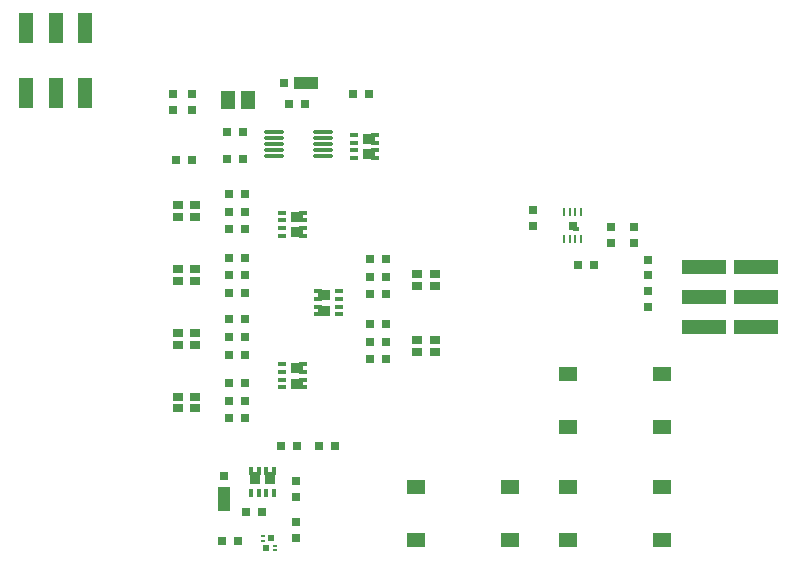
<source format=gtp>
G04 Layer_Color=8421504*
%FSLAX24Y24*%
%MOIN*%
G70*
G01*
G75*
%ADD59R,0.0283X0.0283*%
%ADD60R,0.0193X0.0169*%
%ADD61R,0.0316X0.0296*%
%ADD62R,0.0296X0.0316*%
%ADD63R,0.0434X0.0788*%
%ADD64R,0.0316X0.0316*%
%ADD65R,0.0355X0.0276*%
%ADD66R,0.0316X0.0316*%
%ADD67R,0.0788X0.0434*%
%ADD68R,0.0513X0.0591*%
%ADD69O,0.0670X0.0119*%
%ADD70R,0.0473X0.0985*%
%ADD71R,0.0611X0.0513*%
%ADD72R,0.1501X0.0501*%
%ADD73R,0.0276X0.0119*%
%ADD74R,0.0394X0.0374*%
%ADD75R,0.0394X0.0373*%
%ADD76R,0.0119X0.0276*%
%ADD77R,0.0374X0.0394*%
%ADD78R,0.0373X0.0394*%
%ADD79R,0.0158X0.0080*%
%ADD80R,0.0198X0.0198*%
%ADD81R,0.0080X0.0257*%
D59*
X20365Y13441D02*
D03*
D60*
X20461Y13344D02*
D03*
D61*
X22871Y12309D02*
D03*
Y11778D02*
D03*
Y10724D02*
D03*
Y11255D02*
D03*
X22425Y12873D02*
D03*
Y13404D02*
D03*
X11138Y3575D02*
D03*
Y3044D02*
D03*
Y4389D02*
D03*
Y4921D02*
D03*
X7041Y17282D02*
D03*
Y17814D02*
D03*
X7671D02*
D03*
Y17282D02*
D03*
X21654Y12873D02*
D03*
Y13404D02*
D03*
X19059Y13972D02*
D03*
Y13441D02*
D03*
D62*
X11900Y6083D02*
D03*
X12431D02*
D03*
X10643Y6083D02*
D03*
X11174D02*
D03*
X8675Y2915D02*
D03*
X9207D02*
D03*
X9493Y3899D02*
D03*
X10025D02*
D03*
X8900Y14494D02*
D03*
X9432D02*
D03*
X8900Y13313D02*
D03*
X9432D02*
D03*
X8900Y13904D02*
D03*
X9432D02*
D03*
X8900Y12368D02*
D03*
X9432D02*
D03*
X8900Y11778D02*
D03*
X9432D02*
D03*
X8900Y11187D02*
D03*
X9432D02*
D03*
X8900Y10321D02*
D03*
X9432D02*
D03*
X8900Y9730D02*
D03*
X9432D02*
D03*
X8900Y8195D02*
D03*
X9432D02*
D03*
X8900Y9140D02*
D03*
X9432D02*
D03*
X8900Y7604D02*
D03*
X9432D02*
D03*
X8900Y7014D02*
D03*
X9432D02*
D03*
X14156Y8980D02*
D03*
X13625D02*
D03*
X14156Y10161D02*
D03*
X13625D02*
D03*
X14156Y9570D02*
D03*
X13625D02*
D03*
X14156Y11145D02*
D03*
X13625D02*
D03*
X14156Y12326D02*
D03*
X13625D02*
D03*
X14156Y11736D02*
D03*
X13625D02*
D03*
X9390Y16545D02*
D03*
X8858D02*
D03*
X7663Y15637D02*
D03*
X7131D02*
D03*
X11458Y17478D02*
D03*
X10926D02*
D03*
X9390Y15653D02*
D03*
X8858D02*
D03*
X21069Y12125D02*
D03*
X20537D02*
D03*
X13035Y17843D02*
D03*
X13567D02*
D03*
D63*
X8733Y4333D02*
D03*
D64*
Y5081D02*
D03*
D65*
X15780Y9624D02*
D03*
Y9231D02*
D03*
X15190Y9624D02*
D03*
Y9231D02*
D03*
X15780Y11835D02*
D03*
Y11442D02*
D03*
X15190Y11835D02*
D03*
Y11442D02*
D03*
X7198Y13728D02*
D03*
Y14121D02*
D03*
X7788Y13728D02*
D03*
Y14121D02*
D03*
X7198Y7346D02*
D03*
Y7739D02*
D03*
X7788Y7346D02*
D03*
Y7739D02*
D03*
X7198Y11602D02*
D03*
Y11995D02*
D03*
X7788Y11602D02*
D03*
Y11995D02*
D03*
X7198Y9471D02*
D03*
Y9864D02*
D03*
X7788Y9471D02*
D03*
Y9864D02*
D03*
D66*
X10728Y18207D02*
D03*
D67*
X11476D02*
D03*
D68*
X9540Y17640D02*
D03*
X8870D02*
D03*
D69*
X10422Y16556D02*
D03*
Y16359D02*
D03*
Y16162D02*
D03*
Y15965D02*
D03*
Y15769D02*
D03*
X12037Y16556D02*
D03*
Y16359D02*
D03*
Y16162D02*
D03*
Y15965D02*
D03*
Y15769D02*
D03*
D70*
X2147Y20019D02*
D03*
X4116D02*
D03*
X3131D02*
D03*
Y17853D02*
D03*
X4116D02*
D03*
X2147D02*
D03*
D71*
X15133Y4736D02*
D03*
X18263D02*
D03*
Y2964D02*
D03*
X15133D02*
D03*
X20200Y8506D02*
D03*
X23330D02*
D03*
Y6734D02*
D03*
X20200D02*
D03*
X20212Y4742D02*
D03*
X23342D02*
D03*
Y2970D02*
D03*
X20212D02*
D03*
D72*
X24741Y12055D02*
D03*
X26491D02*
D03*
X24741Y11055D02*
D03*
X26491D02*
D03*
X24741Y10055D02*
D03*
X26491D02*
D03*
D73*
X11390Y13867D02*
D03*
Y13612D02*
D03*
Y13101D02*
D03*
Y13357D02*
D03*
X10665D02*
D03*
Y13101D02*
D03*
Y13612D02*
D03*
Y13867D02*
D03*
X11864Y10481D02*
D03*
Y10736D02*
D03*
Y11247D02*
D03*
Y10991D02*
D03*
X12589D02*
D03*
Y11247D02*
D03*
Y10736D02*
D03*
Y10481D02*
D03*
X11390Y8814D02*
D03*
Y8559D02*
D03*
Y8048D02*
D03*
Y8304D02*
D03*
X10665D02*
D03*
Y8048D02*
D03*
Y8559D02*
D03*
Y8814D02*
D03*
X13790Y16464D02*
D03*
Y16209D02*
D03*
Y15698D02*
D03*
Y15954D02*
D03*
X13065D02*
D03*
Y15698D02*
D03*
Y16209D02*
D03*
Y16464D02*
D03*
D74*
X11175Y13739D02*
D03*
X12079Y10608D02*
D03*
X11175Y8687D02*
D03*
X13575Y16337D02*
D03*
D75*
X11175Y13229D02*
D03*
X12079Y11118D02*
D03*
X11175Y8177D02*
D03*
X13575Y15826D02*
D03*
D76*
X9641Y5255D02*
D03*
X9896D02*
D03*
X10407D02*
D03*
X10151D02*
D03*
Y4530D02*
D03*
X10407D02*
D03*
X9896D02*
D03*
X9641D02*
D03*
D77*
X9768Y5040D02*
D03*
D78*
X10278Y5040D02*
D03*
D79*
X10027Y2933D02*
D03*
X10027Y3093D02*
D03*
X10457Y2776D02*
D03*
Y2616D02*
D03*
D80*
X10313Y3021D02*
D03*
X10150Y2694D02*
D03*
D81*
X20065Y13000D02*
D03*
X20262D02*
D03*
X20459D02*
D03*
X20656D02*
D03*
X20065Y13881D02*
D03*
X20262D02*
D03*
X20459D02*
D03*
X20656D02*
D03*
M02*

</source>
